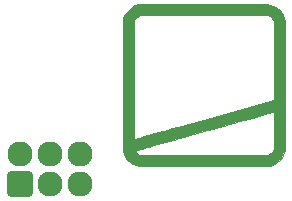
<source format=gbr>
%TF.GenerationSoftware,KiCad,Pcbnew,(6.0.7)*%
%TF.CreationDate,2022-09-05T18:40:36-05:00*%
%TF.ProjectId,Red Canary,52656420-4361-46e6-9172-792e6b696361,rev?*%
%TF.SameCoordinates,Original*%
%TF.FileFunction,Soldermask,Top*%
%TF.FilePolarity,Negative*%
%FSLAX46Y46*%
G04 Gerber Fmt 4.6, Leading zero omitted, Abs format (unit mm)*
G04 Created by KiCad (PCBNEW (6.0.7)) date 2022-09-05 18:40:36*
%MOMM*%
%LPD*%
G01*
G04 APERTURE LIST*
G04 Aperture macros list*
%AMRoundRect*
0 Rectangle with rounded corners*
0 $1 Rounding radius*
0 $2 $3 $4 $5 $6 $7 $8 $9 X,Y pos of 4 corners*
0 Add a 4 corners polygon primitive as box body*
4,1,4,$2,$3,$4,$5,$6,$7,$8,$9,$2,$3,0*
0 Add four circle primitives for the rounded corners*
1,1,$1+$1,$2,$3*
1,1,$1+$1,$4,$5*
1,1,$1+$1,$6,$7*
1,1,$1+$1,$8,$9*
0 Add four rect primitives between the rounded corners*
20,1,$1+$1,$2,$3,$4,$5,0*
20,1,$1+$1,$4,$5,$6,$7,0*
20,1,$1+$1,$6,$7,$8,$9,0*
20,1,$1+$1,$8,$9,$2,$3,0*%
G04 Aperture macros list end*
%ADD10C,0.010000*%
%ADD11O,2.127200X2.127200*%
%ADD12RoundRect,0.200000X-0.863600X0.863600X-0.863600X-0.863600X0.863600X-0.863600X0.863600X0.863600X0*%
%ADD13C,2.127200*%
G04 APERTURE END LIST*
%TO.C,G\u002A\u002A\u002A*%
G36*
X139262866Y-108548687D02*
G01*
X139259950Y-108510407D01*
X139257289Y-108463368D01*
X139254871Y-108406006D01*
X139252684Y-108336756D01*
X139250717Y-108254052D01*
X139248958Y-108156330D01*
X139247396Y-108042024D01*
X139246018Y-107909569D01*
X139244814Y-107757401D01*
X139243772Y-107583953D01*
X139242880Y-107387662D01*
X139242126Y-107166962D01*
X139241498Y-106920288D01*
X139240986Y-106646075D01*
X139240577Y-106342758D01*
X139240260Y-106008772D01*
X139240023Y-105642551D01*
X139239855Y-105242532D01*
X139239744Y-104807147D01*
X139239677Y-104334834D01*
X139239645Y-103824026D01*
X139239634Y-103273159D01*
X139239634Y-103010084D01*
X139239639Y-102440399D01*
X139239664Y-101911484D01*
X139239719Y-101421778D01*
X139239816Y-100969715D01*
X139239917Y-100687041D01*
X140149604Y-100687041D01*
X140149623Y-101118442D01*
X140149692Y-101587322D01*
X140149765Y-102095298D01*
X140149800Y-102643983D01*
X140149800Y-102646347D01*
X140149822Y-103100826D01*
X140149888Y-103544040D01*
X140149995Y-103974136D01*
X140150141Y-104389259D01*
X140150325Y-104787557D01*
X140150544Y-105167176D01*
X140150796Y-105526262D01*
X140151080Y-105862963D01*
X140151393Y-106175423D01*
X140151734Y-106461790D01*
X140152100Y-106720211D01*
X140152490Y-106948832D01*
X140152901Y-107145798D01*
X140153331Y-107309258D01*
X140153780Y-107437357D01*
X140154243Y-107528241D01*
X140154720Y-107580058D01*
X140155092Y-107592169D01*
X140175651Y-107586505D01*
X140235378Y-107569892D01*
X140332671Y-107542778D01*
X140465927Y-107505612D01*
X140633543Y-107458840D01*
X140833917Y-107402911D01*
X141065447Y-107338271D01*
X141326530Y-107265369D01*
X141615563Y-107184652D01*
X141930945Y-107096568D01*
X142271071Y-107001564D01*
X142634340Y-106900087D01*
X143019150Y-106792586D01*
X143423897Y-106679508D01*
X143846980Y-106561301D01*
X144286795Y-106438412D01*
X144741740Y-106311289D01*
X145210213Y-106180379D01*
X145690611Y-106046130D01*
X146087050Y-105935339D01*
X152013717Y-104279007D01*
X152013717Y-97591417D01*
X151967978Y-97492448D01*
X151888935Y-97364294D01*
X151780526Y-97248485D01*
X151655707Y-97158263D01*
X151625157Y-97142089D01*
X151505717Y-97083417D01*
X146161134Y-97077803D01*
X145526275Y-97077210D01*
X144933237Y-97076808D01*
X144381505Y-97076598D01*
X143870568Y-97076584D01*
X143399912Y-97076766D01*
X142969023Y-97077145D01*
X142577390Y-97077724D01*
X142224499Y-97078504D01*
X141909837Y-97079487D01*
X141632891Y-97080674D01*
X141393149Y-97082066D01*
X141190096Y-97083666D01*
X141023221Y-97085474D01*
X140892010Y-97087494D01*
X140795951Y-97089725D01*
X140734530Y-97092169D01*
X140708251Y-97094592D01*
X140571041Y-97141281D01*
X140438743Y-97219162D01*
X140326822Y-97318428D01*
X140295322Y-97356415D01*
X140279650Y-97375983D01*
X140265140Y-97392635D01*
X140251746Y-97407986D01*
X140239424Y-97423652D01*
X140228130Y-97441248D01*
X140217819Y-97462392D01*
X140208447Y-97488698D01*
X140199970Y-97521782D01*
X140192342Y-97563260D01*
X140185519Y-97614749D01*
X140179457Y-97677863D01*
X140174112Y-97754219D01*
X140169439Y-97845433D01*
X140165394Y-97953120D01*
X140161932Y-98078896D01*
X140159008Y-98224377D01*
X140156579Y-98391178D01*
X140154600Y-98580917D01*
X140153025Y-98795208D01*
X140151812Y-99035667D01*
X140150916Y-99303910D01*
X140150291Y-99601553D01*
X140149894Y-99930212D01*
X140149680Y-100291503D01*
X140149604Y-100687041D01*
X139239917Y-100687041D01*
X139239966Y-100553735D01*
X139240180Y-100172273D01*
X139240470Y-99823767D01*
X139240847Y-99506654D01*
X139241323Y-99219371D01*
X139241909Y-98960355D01*
X139242616Y-98728043D01*
X139243456Y-98520873D01*
X139244440Y-98337281D01*
X139245579Y-98175704D01*
X139246885Y-98034579D01*
X139248369Y-97912345D01*
X139250042Y-97807437D01*
X139251917Y-97718292D01*
X139254003Y-97643349D01*
X139256313Y-97581043D01*
X139258858Y-97529813D01*
X139261650Y-97488094D01*
X139264699Y-97454325D01*
X139268017Y-97426942D01*
X139271615Y-97404382D01*
X139275505Y-97385083D01*
X139279699Y-97367481D01*
X139280695Y-97363557D01*
X139364203Y-97119738D01*
X139483598Y-96896592D01*
X139636576Y-96696525D01*
X139820834Y-96521945D01*
X140034067Y-96375260D01*
X140273973Y-96258877D01*
X140372050Y-96222964D01*
X140520217Y-96173250D01*
X146023550Y-96167374D01*
X146597305Y-96166777D01*
X147130269Y-96166261D01*
X147623986Y-96165834D01*
X148079998Y-96165503D01*
X148499848Y-96165276D01*
X148885079Y-96165162D01*
X149237234Y-96165167D01*
X149557856Y-96165301D01*
X149848487Y-96165570D01*
X150110671Y-96165983D01*
X150345950Y-96166548D01*
X150555867Y-96167271D01*
X150741965Y-96168162D01*
X150905787Y-96169227D01*
X151048876Y-96170476D01*
X151172774Y-96171915D01*
X151279025Y-96173552D01*
X151369170Y-96175396D01*
X151444754Y-96177454D01*
X151507319Y-96179733D01*
X151558408Y-96182243D01*
X151599563Y-96184990D01*
X151632328Y-96187983D01*
X151658245Y-96191229D01*
X151678858Y-96194736D01*
X151685634Y-96196142D01*
X151935873Y-96271391D01*
X152164777Y-96383146D01*
X152371830Y-96531113D01*
X152515185Y-96668607D01*
X152676050Y-96870729D01*
X152798586Y-97088508D01*
X152884195Y-97325047D01*
X152934275Y-97583450D01*
X152936438Y-97602000D01*
X152938554Y-97642531D01*
X152940525Y-97724321D01*
X152942348Y-97846292D01*
X152944020Y-98007371D01*
X152945539Y-98206482D01*
X152946902Y-98442550D01*
X152948106Y-98714499D01*
X152949148Y-99021254D01*
X152950025Y-99361740D01*
X152950736Y-99734882D01*
X152951276Y-100139604D01*
X152951643Y-100574831D01*
X152951834Y-101039488D01*
X152951847Y-101532500D01*
X152951679Y-102052790D01*
X152951327Y-102599285D01*
X152950813Y-103147667D01*
X152945050Y-108513417D01*
X152898092Y-108678236D01*
X152805689Y-108928703D01*
X152678895Y-109155542D01*
X152519750Y-109356694D01*
X152330291Y-109530098D01*
X152112556Y-109673694D01*
X151868582Y-109785421D01*
X151769721Y-109818999D01*
X151611550Y-109867924D01*
X146161134Y-109870814D01*
X145682351Y-109871007D01*
X145213999Y-109871076D01*
X144757891Y-109871025D01*
X144315838Y-109870858D01*
X143889653Y-109870581D01*
X143481147Y-109870196D01*
X143092134Y-109869708D01*
X142724425Y-109869121D01*
X142379832Y-109868440D01*
X142060168Y-109867669D01*
X141767245Y-109866812D01*
X141502874Y-109865872D01*
X141268869Y-109864855D01*
X141067041Y-109863764D01*
X140899203Y-109862605D01*
X140767167Y-109861380D01*
X140672744Y-109860094D01*
X140617747Y-109858751D01*
X140604387Y-109857915D01*
X140365991Y-109802651D01*
X140126189Y-109706989D01*
X140075717Y-109681864D01*
X139923646Y-109586945D01*
X139770954Y-109461787D01*
X139627991Y-109316877D01*
X139505109Y-109162697D01*
X139413206Y-109010834D01*
X139366005Y-108906076D01*
X139321264Y-108789982D01*
X139287170Y-108684177D01*
X139281676Y-108663489D01*
X139277311Y-108645525D01*
X139273260Y-108626628D01*
X139269509Y-108605232D01*
X139267835Y-108592912D01*
X140238028Y-108592912D01*
X140238811Y-108595618D01*
X140307597Y-108691217D01*
X140405134Y-108783959D01*
X140518490Y-108863597D01*
X140634734Y-108919883D01*
X140657800Y-108927623D01*
X140683374Y-108929039D01*
X140749485Y-108930394D01*
X140854337Y-108931684D01*
X140996134Y-108932906D01*
X141173080Y-108934055D01*
X141383379Y-108935127D01*
X141625236Y-108936117D01*
X141896852Y-108937023D01*
X142196434Y-108937838D01*
X142522185Y-108938560D01*
X142872308Y-108939184D01*
X143245007Y-108939706D01*
X143638488Y-108940122D01*
X144050952Y-108940427D01*
X144480605Y-108940617D01*
X144925651Y-108940689D01*
X145384292Y-108940638D01*
X145854734Y-108940460D01*
X146118800Y-108940306D01*
X151526884Y-108936750D01*
X151637301Y-108878544D01*
X151783433Y-108779456D01*
X151897086Y-108653272D01*
X151958264Y-108546997D01*
X152013717Y-108428750D01*
X152019532Y-106843936D01*
X152025346Y-105259123D01*
X151977198Y-105271493D01*
X151953045Y-105278150D01*
X151889749Y-105295743D01*
X151788936Y-105323818D01*
X151652235Y-105361919D01*
X151481274Y-105409593D01*
X151277682Y-105466386D01*
X151043085Y-105531841D01*
X150779113Y-105605506D01*
X150487393Y-105686926D01*
X150169553Y-105775646D01*
X149827222Y-105871212D01*
X149462028Y-105973170D01*
X149075597Y-106081064D01*
X148669560Y-106194440D01*
X148245543Y-106312845D01*
X147805175Y-106435823D01*
X147350083Y-106562920D01*
X146881897Y-106693682D01*
X146402243Y-106827653D01*
X146073140Y-106919579D01*
X145493782Y-107081421D01*
X144953827Y-107232290D01*
X144451898Y-107372578D01*
X143986622Y-107502683D01*
X143556623Y-107622998D01*
X143160525Y-107733919D01*
X142796953Y-107835841D01*
X142464532Y-107929159D01*
X142161887Y-108014268D01*
X141887642Y-108091564D01*
X141640421Y-108161440D01*
X141418851Y-108224293D01*
X141221554Y-108280518D01*
X141047157Y-108330509D01*
X140894283Y-108374661D01*
X140761557Y-108413371D01*
X140647605Y-108447032D01*
X140551050Y-108476040D01*
X140470517Y-108500790D01*
X140404632Y-108521677D01*
X140352019Y-108539096D01*
X140311302Y-108553443D01*
X140281106Y-108565112D01*
X140260056Y-108574498D01*
X140246776Y-108581997D01*
X140239892Y-108588003D01*
X140238028Y-108592912D01*
X139267835Y-108592912D01*
X139266049Y-108579774D01*
X139262866Y-108548687D01*
G37*
D10*
X139262866Y-108548687D02*
X139259950Y-108510407D01*
X139257289Y-108463368D01*
X139254871Y-108406006D01*
X139252684Y-108336756D01*
X139250717Y-108254052D01*
X139248958Y-108156330D01*
X139247396Y-108042024D01*
X139246018Y-107909569D01*
X139244814Y-107757401D01*
X139243772Y-107583953D01*
X139242880Y-107387662D01*
X139242126Y-107166962D01*
X139241498Y-106920288D01*
X139240986Y-106646075D01*
X139240577Y-106342758D01*
X139240260Y-106008772D01*
X139240023Y-105642551D01*
X139239855Y-105242532D01*
X139239744Y-104807147D01*
X139239677Y-104334834D01*
X139239645Y-103824026D01*
X139239634Y-103273159D01*
X139239634Y-103010084D01*
X139239639Y-102440399D01*
X139239664Y-101911484D01*
X139239719Y-101421778D01*
X139239816Y-100969715D01*
X139239917Y-100687041D01*
X140149604Y-100687041D01*
X140149623Y-101118442D01*
X140149692Y-101587322D01*
X140149765Y-102095298D01*
X140149800Y-102643983D01*
X140149800Y-102646347D01*
X140149822Y-103100826D01*
X140149888Y-103544040D01*
X140149995Y-103974136D01*
X140150141Y-104389259D01*
X140150325Y-104787557D01*
X140150544Y-105167176D01*
X140150796Y-105526262D01*
X140151080Y-105862963D01*
X140151393Y-106175423D01*
X140151734Y-106461790D01*
X140152100Y-106720211D01*
X140152490Y-106948832D01*
X140152901Y-107145798D01*
X140153331Y-107309258D01*
X140153780Y-107437357D01*
X140154243Y-107528241D01*
X140154720Y-107580058D01*
X140155092Y-107592169D01*
X140175651Y-107586505D01*
X140235378Y-107569892D01*
X140332671Y-107542778D01*
X140465927Y-107505612D01*
X140633543Y-107458840D01*
X140833917Y-107402911D01*
X141065447Y-107338271D01*
X141326530Y-107265369D01*
X141615563Y-107184652D01*
X141930945Y-107096568D01*
X142271071Y-107001564D01*
X142634340Y-106900087D01*
X143019150Y-106792586D01*
X143423897Y-106679508D01*
X143846980Y-106561301D01*
X144286795Y-106438412D01*
X144741740Y-106311289D01*
X145210213Y-106180379D01*
X145690611Y-106046130D01*
X146087050Y-105935339D01*
X152013717Y-104279007D01*
X152013717Y-97591417D01*
X151967978Y-97492448D01*
X151888935Y-97364294D01*
X151780526Y-97248485D01*
X151655707Y-97158263D01*
X151625157Y-97142089D01*
X151505717Y-97083417D01*
X146161134Y-97077803D01*
X145526275Y-97077210D01*
X144933237Y-97076808D01*
X144381505Y-97076598D01*
X143870568Y-97076584D01*
X143399912Y-97076766D01*
X142969023Y-97077145D01*
X142577390Y-97077724D01*
X142224499Y-97078504D01*
X141909837Y-97079487D01*
X141632891Y-97080674D01*
X141393149Y-97082066D01*
X141190096Y-97083666D01*
X141023221Y-97085474D01*
X140892010Y-97087494D01*
X140795951Y-97089725D01*
X140734530Y-97092169D01*
X140708251Y-97094592D01*
X140571041Y-97141281D01*
X140438743Y-97219162D01*
X140326822Y-97318428D01*
X140295322Y-97356415D01*
X140279650Y-97375983D01*
X140265140Y-97392635D01*
X140251746Y-97407986D01*
X140239424Y-97423652D01*
X140228130Y-97441248D01*
X140217819Y-97462392D01*
X140208447Y-97488698D01*
X140199970Y-97521782D01*
X140192342Y-97563260D01*
X140185519Y-97614749D01*
X140179457Y-97677863D01*
X140174112Y-97754219D01*
X140169439Y-97845433D01*
X140165394Y-97953120D01*
X140161932Y-98078896D01*
X140159008Y-98224377D01*
X140156579Y-98391178D01*
X140154600Y-98580917D01*
X140153025Y-98795208D01*
X140151812Y-99035667D01*
X140150916Y-99303910D01*
X140150291Y-99601553D01*
X140149894Y-99930212D01*
X140149680Y-100291503D01*
X140149604Y-100687041D01*
X139239917Y-100687041D01*
X139239966Y-100553735D01*
X139240180Y-100172273D01*
X139240470Y-99823767D01*
X139240847Y-99506654D01*
X139241323Y-99219371D01*
X139241909Y-98960355D01*
X139242616Y-98728043D01*
X139243456Y-98520873D01*
X139244440Y-98337281D01*
X139245579Y-98175704D01*
X139246885Y-98034579D01*
X139248369Y-97912345D01*
X139250042Y-97807437D01*
X139251917Y-97718292D01*
X139254003Y-97643349D01*
X139256313Y-97581043D01*
X139258858Y-97529813D01*
X139261650Y-97488094D01*
X139264699Y-97454325D01*
X139268017Y-97426942D01*
X139271615Y-97404382D01*
X139275505Y-97385083D01*
X139279699Y-97367481D01*
X139280695Y-97363557D01*
X139364203Y-97119738D01*
X139483598Y-96896592D01*
X139636576Y-96696525D01*
X139820834Y-96521945D01*
X140034067Y-96375260D01*
X140273973Y-96258877D01*
X140372050Y-96222964D01*
X140520217Y-96173250D01*
X146023550Y-96167374D01*
X146597305Y-96166777D01*
X147130269Y-96166261D01*
X147623986Y-96165834D01*
X148079998Y-96165503D01*
X148499848Y-96165276D01*
X148885079Y-96165162D01*
X149237234Y-96165167D01*
X149557856Y-96165301D01*
X149848487Y-96165570D01*
X150110671Y-96165983D01*
X150345950Y-96166548D01*
X150555867Y-96167271D01*
X150741965Y-96168162D01*
X150905787Y-96169227D01*
X151048876Y-96170476D01*
X151172774Y-96171915D01*
X151279025Y-96173552D01*
X151369170Y-96175396D01*
X151444754Y-96177454D01*
X151507319Y-96179733D01*
X151558408Y-96182243D01*
X151599563Y-96184990D01*
X151632328Y-96187983D01*
X151658245Y-96191229D01*
X151678858Y-96194736D01*
X151685634Y-96196142D01*
X151935873Y-96271391D01*
X152164777Y-96383146D01*
X152371830Y-96531113D01*
X152515185Y-96668607D01*
X152676050Y-96870729D01*
X152798586Y-97088508D01*
X152884195Y-97325047D01*
X152934275Y-97583450D01*
X152936438Y-97602000D01*
X152938554Y-97642531D01*
X152940525Y-97724321D01*
X152942348Y-97846292D01*
X152944020Y-98007371D01*
X152945539Y-98206482D01*
X152946902Y-98442550D01*
X152948106Y-98714499D01*
X152949148Y-99021254D01*
X152950025Y-99361740D01*
X152950736Y-99734882D01*
X152951276Y-100139604D01*
X152951643Y-100574831D01*
X152951834Y-101039488D01*
X152951847Y-101532500D01*
X152951679Y-102052790D01*
X152951327Y-102599285D01*
X152950813Y-103147667D01*
X152945050Y-108513417D01*
X152898092Y-108678236D01*
X152805689Y-108928703D01*
X152678895Y-109155542D01*
X152519750Y-109356694D01*
X152330291Y-109530098D01*
X152112556Y-109673694D01*
X151868582Y-109785421D01*
X151769721Y-109818999D01*
X151611550Y-109867924D01*
X146161134Y-109870814D01*
X145682351Y-109871007D01*
X145213999Y-109871076D01*
X144757891Y-109871025D01*
X144315838Y-109870858D01*
X143889653Y-109870581D01*
X143481147Y-109870196D01*
X143092134Y-109869708D01*
X142724425Y-109869121D01*
X142379832Y-109868440D01*
X142060168Y-109867669D01*
X141767245Y-109866812D01*
X141502874Y-109865872D01*
X141268869Y-109864855D01*
X141067041Y-109863764D01*
X140899203Y-109862605D01*
X140767167Y-109861380D01*
X140672744Y-109860094D01*
X140617747Y-109858751D01*
X140604387Y-109857915D01*
X140365991Y-109802651D01*
X140126189Y-109706989D01*
X140075717Y-109681864D01*
X139923646Y-109586945D01*
X139770954Y-109461787D01*
X139627991Y-109316877D01*
X139505109Y-109162697D01*
X139413206Y-109010834D01*
X139366005Y-108906076D01*
X139321264Y-108789982D01*
X139287170Y-108684177D01*
X139281676Y-108663489D01*
X139277311Y-108645525D01*
X139273260Y-108626628D01*
X139269509Y-108605232D01*
X139267835Y-108592912D01*
X140238028Y-108592912D01*
X140238811Y-108595618D01*
X140307597Y-108691217D01*
X140405134Y-108783959D01*
X140518490Y-108863597D01*
X140634734Y-108919883D01*
X140657800Y-108927623D01*
X140683374Y-108929039D01*
X140749485Y-108930394D01*
X140854337Y-108931684D01*
X140996134Y-108932906D01*
X141173080Y-108934055D01*
X141383379Y-108935127D01*
X141625236Y-108936117D01*
X141896852Y-108937023D01*
X142196434Y-108937838D01*
X142522185Y-108938560D01*
X142872308Y-108939184D01*
X143245007Y-108939706D01*
X143638488Y-108940122D01*
X144050952Y-108940427D01*
X144480605Y-108940617D01*
X144925651Y-108940689D01*
X145384292Y-108940638D01*
X145854734Y-108940460D01*
X146118800Y-108940306D01*
X151526884Y-108936750D01*
X151637301Y-108878544D01*
X151783433Y-108779456D01*
X151897086Y-108653272D01*
X151958264Y-108546997D01*
X152013717Y-108428750D01*
X152019532Y-106843936D01*
X152025346Y-105259123D01*
X151977198Y-105271493D01*
X151953045Y-105278150D01*
X151889749Y-105295743D01*
X151788936Y-105323818D01*
X151652235Y-105361919D01*
X151481274Y-105409593D01*
X151277682Y-105466386D01*
X151043085Y-105531841D01*
X150779113Y-105605506D01*
X150487393Y-105686926D01*
X150169553Y-105775646D01*
X149827222Y-105871212D01*
X149462028Y-105973170D01*
X149075597Y-106081064D01*
X148669560Y-106194440D01*
X148245543Y-106312845D01*
X147805175Y-106435823D01*
X147350083Y-106562920D01*
X146881897Y-106693682D01*
X146402243Y-106827653D01*
X146073140Y-106919579D01*
X145493782Y-107081421D01*
X144953827Y-107232290D01*
X144451898Y-107372578D01*
X143986622Y-107502683D01*
X143556623Y-107622998D01*
X143160525Y-107733919D01*
X142796953Y-107835841D01*
X142464532Y-107929159D01*
X142161887Y-108014268D01*
X141887642Y-108091564D01*
X141640421Y-108161440D01*
X141418851Y-108224293D01*
X141221554Y-108280518D01*
X141047157Y-108330509D01*
X140894283Y-108374661D01*
X140761557Y-108413371D01*
X140647605Y-108447032D01*
X140551050Y-108476040D01*
X140470517Y-108500790D01*
X140404632Y-108521677D01*
X140352019Y-108539096D01*
X140311302Y-108553443D01*
X140281106Y-108565112D01*
X140260056Y-108574498D01*
X140246776Y-108581997D01*
X140239892Y-108588003D01*
X140238028Y-108592912D01*
X139267835Y-108592912D01*
X139266049Y-108579774D01*
X139262866Y-108548687D01*
%TD*%
D11*
%TO.C,X1*%
X130489000Y-108808200D03*
D12*
X130489000Y-111348200D03*
D11*
X133029000Y-108808200D03*
X133029000Y-111348200D03*
D13*
X135569000Y-108808200D03*
X135569000Y-111348200D03*
%TD*%
M02*

</source>
